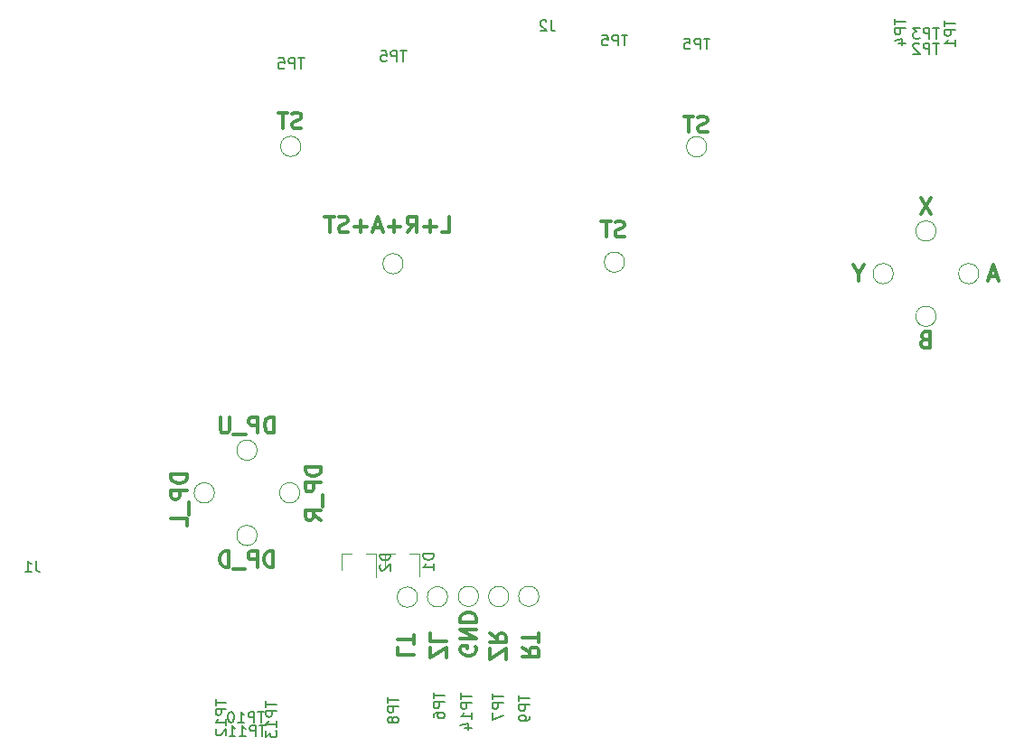
<source format=gbr>
G04 #@! TF.GenerationSoftware,KiCad,Pcbnew,(6.0.7)*
G04 #@! TF.CreationDate,2023-01-29T23:29:40-08:00*
G04 #@! TF.ProjectId,procon_gcc_button_board,70726f63-6f6e-45f6-9763-635f62757474,rev?*
G04 #@! TF.SameCoordinates,Original*
G04 #@! TF.FileFunction,Legend,Bot*
G04 #@! TF.FilePolarity,Positive*
%FSLAX46Y46*%
G04 Gerber Fmt 4.6, Leading zero omitted, Abs format (unit mm)*
G04 Created by KiCad (PCBNEW (6.0.7)) date 2023-01-29 23:29:40*
%MOMM*%
%LPD*%
G01*
G04 APERTURE LIST*
%ADD10C,0.300000*%
%ADD11C,0.150000*%
%ADD12C,0.120000*%
G04 APERTURE END LIST*
D10*
X121059428Y-80681142D02*
X121059428Y-79681142D01*
X119559428Y-80681142D01*
X119559428Y-79681142D01*
X119559428Y-78395428D02*
X119559428Y-79109714D01*
X121059428Y-79109714D01*
X123834000Y-79596857D02*
X123905428Y-79739714D01*
X123905428Y-79954000D01*
X123834000Y-80168285D01*
X123691142Y-80311142D01*
X123548285Y-80382571D01*
X123262571Y-80454000D01*
X123048285Y-80454000D01*
X122762571Y-80382571D01*
X122619714Y-80311142D01*
X122476857Y-80168285D01*
X122405428Y-79954000D01*
X122405428Y-79811142D01*
X122476857Y-79596857D01*
X122548285Y-79525428D01*
X123048285Y-79525428D01*
X123048285Y-79811142D01*
X122405428Y-78882571D02*
X123905428Y-78882571D01*
X122405428Y-78025428D01*
X123905428Y-78025428D01*
X122405428Y-77311142D02*
X123905428Y-77311142D01*
X123905428Y-76954000D01*
X123834000Y-76739714D01*
X123691142Y-76596857D01*
X123548285Y-76525428D01*
X123262571Y-76454000D01*
X123048285Y-76454000D01*
X122762571Y-76525428D01*
X122619714Y-76596857D01*
X122476857Y-76739714D01*
X122405428Y-76954000D01*
X122405428Y-77311142D01*
X126647428Y-80824000D02*
X126647428Y-79824000D01*
X125147428Y-80824000D01*
X125147428Y-79824000D01*
X125147428Y-78395428D02*
X125861714Y-78895428D01*
X125147428Y-79252571D02*
X126647428Y-79252571D01*
X126647428Y-78681142D01*
X126576000Y-78538285D01*
X126504571Y-78466857D01*
X126361714Y-78395428D01*
X126147428Y-78395428D01*
X126004571Y-78466857D01*
X125933142Y-78538285D01*
X125861714Y-78681142D01*
X125861714Y-79252571D01*
X128195428Y-79681142D02*
X128909714Y-80181142D01*
X128195428Y-80538285D02*
X129695428Y-80538285D01*
X129695428Y-79966857D01*
X129624000Y-79824000D01*
X129552571Y-79752571D01*
X129409714Y-79681142D01*
X129195428Y-79681142D01*
X129052571Y-79752571D01*
X128981142Y-79824000D01*
X128909714Y-79966857D01*
X128909714Y-80538285D01*
X129695428Y-79252571D02*
X129695428Y-78395428D01*
X128195428Y-78824000D02*
X129695428Y-78824000D01*
X116511428Y-79681142D02*
X116511428Y-80395428D01*
X118011428Y-80395428D01*
X118011428Y-79395428D02*
X118011428Y-78538285D01*
X116511428Y-78966857D02*
X118011428Y-78966857D01*
X104869465Y-72174491D02*
X104869465Y-70674491D01*
X104512322Y-70674491D01*
X104298037Y-70745920D01*
X104155180Y-70888777D01*
X104083751Y-71031634D01*
X104012322Y-71317348D01*
X104012322Y-71531634D01*
X104083751Y-71817348D01*
X104155180Y-71960205D01*
X104298037Y-72103062D01*
X104512322Y-72174491D01*
X104869465Y-72174491D01*
X103369465Y-72174491D02*
X103369465Y-70674491D01*
X102798037Y-70674491D01*
X102655180Y-70745920D01*
X102583751Y-70817348D01*
X102512322Y-70960205D01*
X102512322Y-71174491D01*
X102583751Y-71317348D01*
X102655180Y-71388777D01*
X102798037Y-71460205D01*
X103369465Y-71460205D01*
X102226608Y-72317348D02*
X101083751Y-72317348D01*
X100726608Y-72174491D02*
X100726608Y-70674491D01*
X100369465Y-70674491D01*
X100155180Y-70745920D01*
X100012322Y-70888777D01*
X99940894Y-71031634D01*
X99869465Y-71317348D01*
X99869465Y-71531634D01*
X99940894Y-71817348D01*
X100012322Y-71960205D01*
X100155180Y-72103062D01*
X100369465Y-72174491D01*
X100726608Y-72174491D01*
X96799791Y-63464571D02*
X95299791Y-63464571D01*
X95299791Y-63821714D01*
X95371220Y-64036000D01*
X95514077Y-64178857D01*
X95656934Y-64250285D01*
X95942648Y-64321714D01*
X96156934Y-64321714D01*
X96442648Y-64250285D01*
X96585505Y-64178857D01*
X96728362Y-64036000D01*
X96799791Y-63821714D01*
X96799791Y-63464571D01*
X96799791Y-64964571D02*
X95299791Y-64964571D01*
X95299791Y-65536000D01*
X95371220Y-65678857D01*
X95442648Y-65750285D01*
X95585505Y-65821714D01*
X95799791Y-65821714D01*
X95942648Y-65750285D01*
X96014077Y-65678857D01*
X96085505Y-65536000D01*
X96085505Y-64964571D01*
X96942648Y-66107428D02*
X96942648Y-67250285D01*
X96799791Y-68321714D02*
X96799791Y-67607428D01*
X95299791Y-67607428D01*
X109367711Y-62747674D02*
X107867711Y-62747674D01*
X107867711Y-63104817D01*
X107939140Y-63319102D01*
X108081997Y-63461960D01*
X108224854Y-63533388D01*
X108510568Y-63604817D01*
X108724854Y-63604817D01*
X109010568Y-63533388D01*
X109153425Y-63461960D01*
X109296282Y-63319102D01*
X109367711Y-63104817D01*
X109367711Y-62747674D01*
X109367711Y-64247674D02*
X107867711Y-64247674D01*
X107867711Y-64819102D01*
X107939140Y-64961960D01*
X108010568Y-65033388D01*
X108153425Y-65104817D01*
X108367711Y-65104817D01*
X108510568Y-65033388D01*
X108581997Y-64961960D01*
X108653425Y-64819102D01*
X108653425Y-64247674D01*
X109510568Y-65390531D02*
X109510568Y-66533388D01*
X109367711Y-67747674D02*
X108653425Y-67247674D01*
X109367711Y-66890531D02*
X107867711Y-66890531D01*
X107867711Y-67461960D01*
X107939140Y-67604817D01*
X108010568Y-67676245D01*
X108153425Y-67747674D01*
X108367711Y-67747674D01*
X108510568Y-67676245D01*
X108581997Y-67604817D01*
X108653425Y-67461960D01*
X108653425Y-66890531D01*
X145526000Y-31341142D02*
X145311714Y-31412571D01*
X144954571Y-31412571D01*
X144811714Y-31341142D01*
X144740285Y-31269714D01*
X144668857Y-31126857D01*
X144668857Y-30984000D01*
X144740285Y-30841142D01*
X144811714Y-30769714D01*
X144954571Y-30698285D01*
X145240285Y-30626857D01*
X145383142Y-30555428D01*
X145454571Y-30484000D01*
X145526000Y-30341142D01*
X145526000Y-30198285D01*
X145454571Y-30055428D01*
X145383142Y-29984000D01*
X145240285Y-29912571D01*
X144883142Y-29912571D01*
X144668857Y-29984000D01*
X144240285Y-29912571D02*
X143383142Y-29912571D01*
X143811714Y-31412571D02*
X143811714Y-29912571D01*
X159725360Y-44630185D02*
X159725360Y-45344471D01*
X160225360Y-43844471D02*
X159725360Y-44630185D01*
X159225360Y-43844471D01*
X166509320Y-37560511D02*
X165509320Y-39060511D01*
X165509320Y-37560511D02*
X166509320Y-39060511D01*
X172650422Y-44915900D02*
X171936137Y-44915900D01*
X172793280Y-45344471D02*
X172293280Y-43844471D01*
X171793280Y-45344471D01*
X165902177Y-50842717D02*
X165687891Y-50914145D01*
X165616462Y-50985574D01*
X165545034Y-51128431D01*
X165545034Y-51342717D01*
X165616462Y-51485574D01*
X165687891Y-51557002D01*
X165830748Y-51628431D01*
X166402177Y-51628431D01*
X166402177Y-50128431D01*
X165902177Y-50128431D01*
X165759320Y-50199860D01*
X165687891Y-50271288D01*
X165616462Y-50414145D01*
X165616462Y-50557002D01*
X165687891Y-50699860D01*
X165759320Y-50771288D01*
X165902177Y-50842717D01*
X166402177Y-50842717D01*
X104905180Y-59606571D02*
X104905180Y-58106571D01*
X104548037Y-58106571D01*
X104333751Y-58178000D01*
X104190894Y-58320857D01*
X104119465Y-58463714D01*
X104048037Y-58749428D01*
X104048037Y-58963714D01*
X104119465Y-59249428D01*
X104190894Y-59392285D01*
X104333751Y-59535142D01*
X104548037Y-59606571D01*
X104905180Y-59606571D01*
X103405180Y-59606571D02*
X103405180Y-58106571D01*
X102833751Y-58106571D01*
X102690894Y-58178000D01*
X102619465Y-58249428D01*
X102548037Y-58392285D01*
X102548037Y-58606571D01*
X102619465Y-58749428D01*
X102690894Y-58820857D01*
X102833751Y-58892285D01*
X103405180Y-58892285D01*
X102262322Y-59749428D02*
X101119465Y-59749428D01*
X100762322Y-58106571D02*
X100762322Y-59320857D01*
X100690894Y-59463714D01*
X100619465Y-59535142D01*
X100476608Y-59606571D01*
X100190894Y-59606571D01*
X100048037Y-59535142D01*
X99976608Y-59463714D01*
X99905180Y-59320857D01*
X99905180Y-58106571D01*
X107504000Y-31001142D02*
X107289714Y-31072571D01*
X106932571Y-31072571D01*
X106789714Y-31001142D01*
X106718285Y-30929714D01*
X106646857Y-30786857D01*
X106646857Y-30644000D01*
X106718285Y-30501142D01*
X106789714Y-30429714D01*
X106932571Y-30358285D01*
X107218285Y-30286857D01*
X107361142Y-30215428D01*
X107432571Y-30144000D01*
X107504000Y-30001142D01*
X107504000Y-29858285D01*
X107432571Y-29715428D01*
X107361142Y-29644000D01*
X107218285Y-29572571D01*
X106861142Y-29572571D01*
X106646857Y-29644000D01*
X106218285Y-29572571D02*
X105361142Y-29572571D01*
X105789714Y-31072571D02*
X105789714Y-29572571D01*
X137754000Y-41161142D02*
X137539714Y-41232571D01*
X137182571Y-41232571D01*
X137039714Y-41161142D01*
X136968285Y-41089714D01*
X136896857Y-40946857D01*
X136896857Y-40804000D01*
X136968285Y-40661142D01*
X137039714Y-40589714D01*
X137182571Y-40518285D01*
X137468285Y-40446857D01*
X137611142Y-40375428D01*
X137682571Y-40304000D01*
X137754000Y-40161142D01*
X137754000Y-40018285D01*
X137682571Y-39875428D01*
X137611142Y-39804000D01*
X137468285Y-39732571D01*
X137111142Y-39732571D01*
X136896857Y-39804000D01*
X136468285Y-39732571D02*
X135611142Y-39732571D01*
X136039714Y-41232571D02*
X136039714Y-39732571D01*
X120634000Y-40802571D02*
X121348285Y-40802571D01*
X121348285Y-39302571D01*
X120134000Y-40231142D02*
X118991142Y-40231142D01*
X119562571Y-40802571D02*
X119562571Y-39659714D01*
X117419714Y-40802571D02*
X117919714Y-40088285D01*
X118276857Y-40802571D02*
X118276857Y-39302571D01*
X117705428Y-39302571D01*
X117562571Y-39374000D01*
X117491142Y-39445428D01*
X117419714Y-39588285D01*
X117419714Y-39802571D01*
X117491142Y-39945428D01*
X117562571Y-40016857D01*
X117705428Y-40088285D01*
X118276857Y-40088285D01*
X116776857Y-40231142D02*
X115634000Y-40231142D01*
X116205428Y-40802571D02*
X116205428Y-39659714D01*
X114991142Y-40374000D02*
X114276857Y-40374000D01*
X115134000Y-40802571D02*
X114634000Y-39302571D01*
X114134000Y-40802571D01*
X113634000Y-40231142D02*
X112491142Y-40231142D01*
X113062571Y-40802571D02*
X113062571Y-39659714D01*
X111848285Y-40731142D02*
X111634000Y-40802571D01*
X111276857Y-40802571D01*
X111134000Y-40731142D01*
X111062571Y-40659714D01*
X110991142Y-40516857D01*
X110991142Y-40374000D01*
X111062571Y-40231142D01*
X111134000Y-40159714D01*
X111276857Y-40088285D01*
X111562571Y-40016857D01*
X111705428Y-39945428D01*
X111776857Y-39874000D01*
X111848285Y-39731142D01*
X111848285Y-39588285D01*
X111776857Y-39445428D01*
X111705428Y-39374000D01*
X111562571Y-39302571D01*
X111205428Y-39302571D01*
X110991142Y-39374000D01*
X110562571Y-39302571D02*
X109705428Y-39302571D01*
X110134000Y-40802571D02*
X110134000Y-39302571D01*
D11*
X163106380Y-20762095D02*
X163106380Y-21333523D01*
X164106380Y-21047809D02*
X163106380Y-21047809D01*
X164106380Y-21666857D02*
X163106380Y-21666857D01*
X163106380Y-22047809D01*
X163154000Y-22143047D01*
X163201619Y-22190666D01*
X163296857Y-22238285D01*
X163439714Y-22238285D01*
X163534952Y-22190666D01*
X163582571Y-22143047D01*
X163630190Y-22047809D01*
X163630190Y-21666857D01*
X163439714Y-23095428D02*
X164106380Y-23095428D01*
X163058761Y-22857333D02*
X163773047Y-22619238D01*
X163773047Y-23238285D01*
X122446380Y-83985904D02*
X122446380Y-84557333D01*
X123446380Y-84271619D02*
X122446380Y-84271619D01*
X123446380Y-84890666D02*
X122446380Y-84890666D01*
X122446380Y-85271619D01*
X122494000Y-85366857D01*
X122541619Y-85414476D01*
X122636857Y-85462095D01*
X122779714Y-85462095D01*
X122874952Y-85414476D01*
X122922571Y-85366857D01*
X122970190Y-85271619D01*
X122970190Y-84890666D01*
X123446380Y-86414476D02*
X123446380Y-85843047D01*
X123446380Y-86128761D02*
X122446380Y-86128761D01*
X122589238Y-86033523D01*
X122684476Y-85938285D01*
X122732095Y-85843047D01*
X122779714Y-87271619D02*
X123446380Y-87271619D01*
X122398761Y-87033523D02*
X123113047Y-86795428D01*
X123113047Y-87414476D01*
X115596380Y-84342095D02*
X115596380Y-84913523D01*
X116596380Y-84627809D02*
X115596380Y-84627809D01*
X116596380Y-85246857D02*
X115596380Y-85246857D01*
X115596380Y-85627809D01*
X115644000Y-85723047D01*
X115691619Y-85770666D01*
X115786857Y-85818285D01*
X115929714Y-85818285D01*
X116024952Y-85770666D01*
X116072571Y-85723047D01*
X116120190Y-85627809D01*
X116120190Y-85246857D01*
X116024952Y-86389714D02*
X115977333Y-86294476D01*
X115929714Y-86246857D01*
X115834476Y-86199238D01*
X115786857Y-86199238D01*
X115691619Y-86246857D01*
X115644000Y-86294476D01*
X115596380Y-86389714D01*
X115596380Y-86580190D01*
X115644000Y-86675428D01*
X115691619Y-86723047D01*
X115786857Y-86770666D01*
X115834476Y-86770666D01*
X115929714Y-86723047D01*
X115977333Y-86675428D01*
X116024952Y-86580190D01*
X116024952Y-86389714D01*
X116072571Y-86294476D01*
X116120190Y-86246857D01*
X116215428Y-86199238D01*
X116405904Y-86199238D01*
X116501142Y-86246857D01*
X116548761Y-86294476D01*
X116596380Y-86389714D01*
X116596380Y-86580190D01*
X116548761Y-86675428D01*
X116501142Y-86723047D01*
X116405904Y-86770666D01*
X116215428Y-86770666D01*
X116120190Y-86723047D01*
X116072571Y-86675428D01*
X116024952Y-86580190D01*
X119896380Y-83922095D02*
X119896380Y-84493523D01*
X120896380Y-84207809D02*
X119896380Y-84207809D01*
X120896380Y-84826857D02*
X119896380Y-84826857D01*
X119896380Y-85207809D01*
X119944000Y-85303047D01*
X119991619Y-85350666D01*
X120086857Y-85398285D01*
X120229714Y-85398285D01*
X120324952Y-85350666D01*
X120372571Y-85303047D01*
X120420190Y-85207809D01*
X120420190Y-84826857D01*
X119896380Y-86255428D02*
X119896380Y-86064952D01*
X119944000Y-85969714D01*
X119991619Y-85922095D01*
X120134476Y-85826857D01*
X120324952Y-85779238D01*
X120705904Y-85779238D01*
X120801142Y-85826857D01*
X120848761Y-85874476D01*
X120896380Y-85969714D01*
X120896380Y-86160190D01*
X120848761Y-86255428D01*
X120801142Y-86303047D01*
X120705904Y-86350666D01*
X120467809Y-86350666D01*
X120372571Y-86303047D01*
X120324952Y-86255428D01*
X120277333Y-86160190D01*
X120277333Y-85969714D01*
X120324952Y-85874476D01*
X120372571Y-85826857D01*
X120467809Y-85779238D01*
X125396380Y-84002095D02*
X125396380Y-84573523D01*
X126396380Y-84287809D02*
X125396380Y-84287809D01*
X126396380Y-84906857D02*
X125396380Y-84906857D01*
X125396380Y-85287809D01*
X125444000Y-85383047D01*
X125491619Y-85430666D01*
X125586857Y-85478285D01*
X125729714Y-85478285D01*
X125824952Y-85430666D01*
X125872571Y-85383047D01*
X125920190Y-85287809D01*
X125920190Y-84906857D01*
X125396380Y-85811619D02*
X125396380Y-86478285D01*
X126396380Y-86049714D01*
X127906380Y-84182095D02*
X127906380Y-84753523D01*
X128906380Y-84467809D02*
X127906380Y-84467809D01*
X128906380Y-85086857D02*
X127906380Y-85086857D01*
X127906380Y-85467809D01*
X127954000Y-85563047D01*
X128001619Y-85610666D01*
X128096857Y-85658285D01*
X128239714Y-85658285D01*
X128334952Y-85610666D01*
X128382571Y-85563047D01*
X128430190Y-85467809D01*
X128430190Y-85086857D01*
X128906380Y-86134476D02*
X128906380Y-86324952D01*
X128858761Y-86420190D01*
X128811142Y-86467809D01*
X128668285Y-86563047D01*
X128477809Y-86610666D01*
X128096857Y-86610666D01*
X128001619Y-86563047D01*
X127954000Y-86515428D01*
X127906380Y-86420190D01*
X127906380Y-86229714D01*
X127954000Y-86134476D01*
X128001619Y-86086857D01*
X128096857Y-86039238D01*
X128334952Y-86039238D01*
X128430190Y-86086857D01*
X128477809Y-86134476D01*
X128525428Y-86229714D01*
X128525428Y-86420190D01*
X128477809Y-86515428D01*
X128430190Y-86563047D01*
X128334952Y-86610666D01*
X167235904Y-21626380D02*
X166664476Y-21626380D01*
X166950190Y-22626380D02*
X166950190Y-21626380D01*
X166331142Y-22626380D02*
X166331142Y-21626380D01*
X165950190Y-21626380D01*
X165854952Y-21674000D01*
X165807333Y-21721619D01*
X165759714Y-21816857D01*
X165759714Y-21959714D01*
X165807333Y-22054952D01*
X165854952Y-22102571D01*
X165950190Y-22150190D01*
X166331142Y-22150190D01*
X165426380Y-21626380D02*
X164807333Y-21626380D01*
X165140666Y-22007333D01*
X164997809Y-22007333D01*
X164902571Y-22054952D01*
X164854952Y-22102571D01*
X164807333Y-22197809D01*
X164807333Y-22435904D01*
X164854952Y-22531142D01*
X164902571Y-22578761D01*
X164997809Y-22626380D01*
X165283523Y-22626380D01*
X165378761Y-22578761D01*
X165426380Y-22531142D01*
X167786380Y-20922095D02*
X167786380Y-21493523D01*
X168786380Y-21207809D02*
X167786380Y-21207809D01*
X168786380Y-21826857D02*
X167786380Y-21826857D01*
X167786380Y-22207809D01*
X167834000Y-22303047D01*
X167881619Y-22350666D01*
X167976857Y-22398285D01*
X168119714Y-22398285D01*
X168214952Y-22350666D01*
X168262571Y-22303047D01*
X168310190Y-22207809D01*
X168310190Y-21826857D01*
X168786380Y-23350666D02*
X168786380Y-22779238D01*
X168786380Y-23064952D02*
X167786380Y-23064952D01*
X167929238Y-22969714D01*
X168024476Y-22874476D01*
X168072095Y-22779238D01*
X99466380Y-84565904D02*
X99466380Y-85137333D01*
X100466380Y-84851619D02*
X99466380Y-84851619D01*
X100466380Y-85470666D02*
X99466380Y-85470666D01*
X99466380Y-85851619D01*
X99514000Y-85946857D01*
X99561619Y-85994476D01*
X99656857Y-86042095D01*
X99799714Y-86042095D01*
X99894952Y-85994476D01*
X99942571Y-85946857D01*
X99990190Y-85851619D01*
X99990190Y-85470666D01*
X100466380Y-86994476D02*
X100466380Y-86423047D01*
X100466380Y-86708761D02*
X99466380Y-86708761D01*
X99609238Y-86613523D01*
X99704476Y-86518285D01*
X99752095Y-86423047D01*
X99561619Y-87375428D02*
X99514000Y-87423047D01*
X99466380Y-87518285D01*
X99466380Y-87756380D01*
X99514000Y-87851619D01*
X99561619Y-87899238D01*
X99656857Y-87946857D01*
X99752095Y-87946857D01*
X99894952Y-87899238D01*
X100466380Y-87327809D01*
X100466380Y-87946857D01*
X104196380Y-84735904D02*
X104196380Y-85307333D01*
X105196380Y-85021619D02*
X104196380Y-85021619D01*
X105196380Y-85640666D02*
X104196380Y-85640666D01*
X104196380Y-86021619D01*
X104244000Y-86116857D01*
X104291619Y-86164476D01*
X104386857Y-86212095D01*
X104529714Y-86212095D01*
X104624952Y-86164476D01*
X104672571Y-86116857D01*
X104720190Y-86021619D01*
X104720190Y-85640666D01*
X105196380Y-87164476D02*
X105196380Y-86593047D01*
X105196380Y-86878761D02*
X104196380Y-86878761D01*
X104339238Y-86783523D01*
X104434476Y-86688285D01*
X104482095Y-86593047D01*
X104196380Y-87497809D02*
X104196380Y-88116857D01*
X104577333Y-87783523D01*
X104577333Y-87926380D01*
X104624952Y-88021619D01*
X104672571Y-88069238D01*
X104767809Y-88116857D01*
X105005904Y-88116857D01*
X105101142Y-88069238D01*
X105148761Y-88021619D01*
X105196380Y-87926380D01*
X105196380Y-87640666D01*
X105148761Y-87545428D01*
X105101142Y-87497809D01*
X104002095Y-85726380D02*
X103430666Y-85726380D01*
X103716380Y-86726380D02*
X103716380Y-85726380D01*
X103097333Y-86726380D02*
X103097333Y-85726380D01*
X102716380Y-85726380D01*
X102621142Y-85774000D01*
X102573523Y-85821619D01*
X102525904Y-85916857D01*
X102525904Y-86059714D01*
X102573523Y-86154952D01*
X102621142Y-86202571D01*
X102716380Y-86250190D01*
X103097333Y-86250190D01*
X101573523Y-86726380D02*
X102144952Y-86726380D01*
X101859238Y-86726380D02*
X101859238Y-85726380D01*
X101954476Y-85869238D01*
X102049714Y-85964476D01*
X102144952Y-86012095D01*
X100954476Y-85726380D02*
X100859238Y-85726380D01*
X100764000Y-85774000D01*
X100716380Y-85821619D01*
X100668761Y-85916857D01*
X100621142Y-86107333D01*
X100621142Y-86345428D01*
X100668761Y-86535904D01*
X100716380Y-86631142D01*
X100764000Y-86678761D01*
X100859238Y-86726380D01*
X100954476Y-86726380D01*
X101049714Y-86678761D01*
X101097333Y-86631142D01*
X101144952Y-86535904D01*
X101192571Y-86345428D01*
X101192571Y-86107333D01*
X101144952Y-85916857D01*
X101097333Y-85821619D01*
X101049714Y-85774000D01*
X100954476Y-85726380D01*
X167235904Y-23056380D02*
X166664476Y-23056380D01*
X166950190Y-24056380D02*
X166950190Y-23056380D01*
X166331142Y-24056380D02*
X166331142Y-23056380D01*
X165950190Y-23056380D01*
X165854952Y-23104000D01*
X165807333Y-23151619D01*
X165759714Y-23246857D01*
X165759714Y-23389714D01*
X165807333Y-23484952D01*
X165854952Y-23532571D01*
X165950190Y-23580190D01*
X166331142Y-23580190D01*
X165378761Y-23151619D02*
X165331142Y-23104000D01*
X165235904Y-23056380D01*
X164997809Y-23056380D01*
X164902571Y-23104000D01*
X164854952Y-23151619D01*
X164807333Y-23246857D01*
X164807333Y-23342095D01*
X164854952Y-23484952D01*
X165426380Y-24056380D01*
X164807333Y-24056380D01*
X130877333Y-20916380D02*
X130877333Y-21630666D01*
X130924952Y-21773523D01*
X131020190Y-21868761D01*
X131163047Y-21916380D01*
X131258285Y-21916380D01*
X130448761Y-21011619D02*
X130401142Y-20964000D01*
X130305904Y-20916380D01*
X130067809Y-20916380D01*
X129972571Y-20964000D01*
X129924952Y-21011619D01*
X129877333Y-21106857D01*
X129877333Y-21202095D01*
X129924952Y-21344952D01*
X130496380Y-21916380D01*
X129877333Y-21916380D01*
X82629333Y-71588380D02*
X82629333Y-72302666D01*
X82676952Y-72445523D01*
X82772190Y-72540761D01*
X82915047Y-72588380D01*
X83010285Y-72588380D01*
X81629333Y-72588380D02*
X82200761Y-72588380D01*
X81915047Y-72588380D02*
X81915047Y-71588380D01*
X82010285Y-71731238D01*
X82105523Y-71826476D01*
X82200761Y-71874095D01*
X145765904Y-22616380D02*
X145194476Y-22616380D01*
X145480190Y-23616380D02*
X145480190Y-22616380D01*
X144861142Y-23616380D02*
X144861142Y-22616380D01*
X144480190Y-22616380D01*
X144384952Y-22664000D01*
X144337333Y-22711619D01*
X144289714Y-22806857D01*
X144289714Y-22949714D01*
X144337333Y-23044952D01*
X144384952Y-23092571D01*
X144480190Y-23140190D01*
X144861142Y-23140190D01*
X143384952Y-22616380D02*
X143861142Y-22616380D01*
X143908761Y-23092571D01*
X143861142Y-23044952D01*
X143765904Y-22997333D01*
X143527809Y-22997333D01*
X143432571Y-23044952D01*
X143384952Y-23092571D01*
X143337333Y-23187809D01*
X143337333Y-23425904D01*
X143384952Y-23521142D01*
X143432571Y-23568761D01*
X143527809Y-23616380D01*
X143765904Y-23616380D01*
X143861142Y-23568761D01*
X143908761Y-23521142D01*
X104122095Y-87026380D02*
X103550666Y-87026380D01*
X103836380Y-88026380D02*
X103836380Y-87026380D01*
X103217333Y-88026380D02*
X103217333Y-87026380D01*
X102836380Y-87026380D01*
X102741142Y-87074000D01*
X102693523Y-87121619D01*
X102645904Y-87216857D01*
X102645904Y-87359714D01*
X102693523Y-87454952D01*
X102741142Y-87502571D01*
X102836380Y-87550190D01*
X103217333Y-87550190D01*
X101693523Y-88026380D02*
X102264952Y-88026380D01*
X101979238Y-88026380D02*
X101979238Y-87026380D01*
X102074476Y-87169238D01*
X102169714Y-87264476D01*
X102264952Y-87312095D01*
X100741142Y-88026380D02*
X101312571Y-88026380D01*
X101026857Y-88026380D02*
X101026857Y-87026380D01*
X101122095Y-87169238D01*
X101217333Y-87264476D01*
X101312571Y-87312095D01*
X138065904Y-22286380D02*
X137494476Y-22286380D01*
X137780190Y-23286380D02*
X137780190Y-22286380D01*
X137161142Y-23286380D02*
X137161142Y-22286380D01*
X136780190Y-22286380D01*
X136684952Y-22334000D01*
X136637333Y-22381619D01*
X136589714Y-22476857D01*
X136589714Y-22619714D01*
X136637333Y-22714952D01*
X136684952Y-22762571D01*
X136780190Y-22810190D01*
X137161142Y-22810190D01*
X135684952Y-22286380D02*
X136161142Y-22286380D01*
X136208761Y-22762571D01*
X136161142Y-22714952D01*
X136065904Y-22667333D01*
X135827809Y-22667333D01*
X135732571Y-22714952D01*
X135684952Y-22762571D01*
X135637333Y-22857809D01*
X135637333Y-23095904D01*
X135684952Y-23191142D01*
X135732571Y-23238761D01*
X135827809Y-23286380D01*
X136065904Y-23286380D01*
X136161142Y-23238761D01*
X136208761Y-23191142D01*
X117345904Y-23776380D02*
X116774476Y-23776380D01*
X117060190Y-24776380D02*
X117060190Y-23776380D01*
X116441142Y-24776380D02*
X116441142Y-23776380D01*
X116060190Y-23776380D01*
X115964952Y-23824000D01*
X115917333Y-23871619D01*
X115869714Y-23966857D01*
X115869714Y-24109714D01*
X115917333Y-24204952D01*
X115964952Y-24252571D01*
X116060190Y-24300190D01*
X116441142Y-24300190D01*
X114964952Y-23776380D02*
X115441142Y-23776380D01*
X115488761Y-24252571D01*
X115441142Y-24204952D01*
X115345904Y-24157333D01*
X115107809Y-24157333D01*
X115012571Y-24204952D01*
X114964952Y-24252571D01*
X114917333Y-24347809D01*
X114917333Y-24585904D01*
X114964952Y-24681142D01*
X115012571Y-24728761D01*
X115107809Y-24776380D01*
X115345904Y-24776380D01*
X115441142Y-24728761D01*
X115488761Y-24681142D01*
X119896380Y-70915904D02*
X118896380Y-70915904D01*
X118896380Y-71154000D01*
X118944000Y-71296857D01*
X119039238Y-71392095D01*
X119134476Y-71439714D01*
X119324952Y-71487333D01*
X119467809Y-71487333D01*
X119658285Y-71439714D01*
X119753523Y-71392095D01*
X119848761Y-71296857D01*
X119896380Y-71154000D01*
X119896380Y-70915904D01*
X119896380Y-72439714D02*
X119896380Y-71868285D01*
X119896380Y-72154000D02*
X118896380Y-72154000D01*
X119039238Y-72058761D01*
X119134476Y-71963523D01*
X119182095Y-71868285D01*
X115836380Y-70965904D02*
X114836380Y-70965904D01*
X114836380Y-71204000D01*
X114884000Y-71346857D01*
X114979238Y-71442095D01*
X115074476Y-71489714D01*
X115264952Y-71537333D01*
X115407809Y-71537333D01*
X115598285Y-71489714D01*
X115693523Y-71442095D01*
X115788761Y-71346857D01*
X115836380Y-71204000D01*
X115836380Y-70965904D01*
X114931619Y-71918285D02*
X114884000Y-71965904D01*
X114836380Y-72061142D01*
X114836380Y-72299238D01*
X114884000Y-72394476D01*
X114931619Y-72442095D01*
X115026857Y-72489714D01*
X115122095Y-72489714D01*
X115264952Y-72442095D01*
X115836380Y-71870666D01*
X115836380Y-72489714D01*
X107765904Y-24456380D02*
X107194476Y-24456380D01*
X107480190Y-25456380D02*
X107480190Y-24456380D01*
X106861142Y-25456380D02*
X106861142Y-24456380D01*
X106480190Y-24456380D01*
X106384952Y-24504000D01*
X106337333Y-24551619D01*
X106289714Y-24646857D01*
X106289714Y-24789714D01*
X106337333Y-24884952D01*
X106384952Y-24932571D01*
X106480190Y-24980190D01*
X106861142Y-24980190D01*
X105384952Y-24456380D02*
X105861142Y-24456380D01*
X105908761Y-24932571D01*
X105861142Y-24884952D01*
X105765904Y-24837333D01*
X105527809Y-24837333D01*
X105432571Y-24884952D01*
X105384952Y-24932571D01*
X105337333Y-25027809D01*
X105337333Y-25265904D01*
X105384952Y-25361142D01*
X105432571Y-25408761D01*
X105527809Y-25456380D01*
X105765904Y-25456380D01*
X105861142Y-25408761D01*
X105908761Y-25361142D01*
D12*
X162959320Y-44665900D02*
G75*
G03*
X162959320Y-44665900I-950000J0D01*
G01*
X124103000Y-74910000D02*
G75*
G03*
X124103000Y-74910000I-950000J0D01*
G01*
X118378000Y-74985000D02*
G75*
G03*
X118378000Y-74985000I-950000J0D01*
G01*
X121203000Y-74960000D02*
G75*
G03*
X121203000Y-74960000I-950000J0D01*
G01*
X126928000Y-74935000D02*
G75*
G03*
X126928000Y-74935000I-950000J0D01*
G01*
X129753000Y-74910000D02*
G75*
G03*
X129753000Y-74910000I-950000J0D01*
G01*
X166959320Y-40665900D02*
G75*
G03*
X166959320Y-40665900I-950000J0D01*
G01*
X170959320Y-44665900D02*
G75*
G03*
X170959320Y-44665900I-950000J0D01*
G01*
X99355180Y-65211960D02*
G75*
G03*
X99355180Y-65211960I-950000J0D01*
G01*
X107355180Y-65211960D02*
G75*
G03*
X107355180Y-65211960I-950000J0D01*
G01*
X103355180Y-61211960D02*
G75*
G03*
X103355180Y-61211960I-950000J0D01*
G01*
X166959320Y-48665900D02*
G75*
G03*
X166959320Y-48665900I-950000J0D01*
G01*
X145476000Y-32766000D02*
G75*
G03*
X145476000Y-32766000I-950000J0D01*
G01*
X103355180Y-69211960D02*
G75*
G03*
X103355180Y-69211960I-950000J0D01*
G01*
X137774000Y-43584000D02*
G75*
G03*
X137774000Y-43584000I-950000J0D01*
G01*
X117034000Y-43734000D02*
G75*
G03*
X117034000Y-43734000I-950000J0D01*
G01*
X118524000Y-70894000D02*
X118524000Y-73054000D01*
X118524000Y-70894000D02*
X117594000Y-70894000D01*
X115364000Y-70894000D02*
X115364000Y-72354000D01*
X115364000Y-70894000D02*
X116294000Y-70894000D01*
X111304000Y-70944000D02*
X111304000Y-72404000D01*
X114464000Y-70944000D02*
X114464000Y-73104000D01*
X114464000Y-70944000D02*
X113534000Y-70944000D01*
X111304000Y-70944000D02*
X112234000Y-70944000D01*
X107454000Y-32734000D02*
G75*
G03*
X107454000Y-32734000I-950000J0D01*
G01*
M02*

</source>
